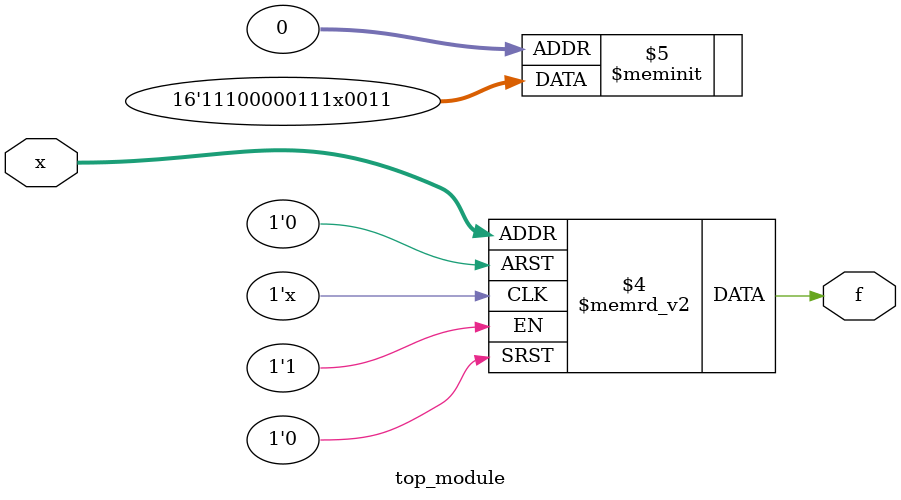
<source format=sv>
module top_module (
	input [4:1] x,
	output logic f
);

	always_comb begin
		case (x)
			4'b0000, 4'b0001, 4'b0101, 4'b0110, 4'b0111, 4'b1101, 4'b1110, 4'b1111:
				f = 1;
			4'b0010, 4'b0011, 4'b1000, 4'b1001, 4'b1010, 4'b1011, 4'b1100, 4'b1110:
				f = 0;
		endcase
	end

endmodule

</source>
